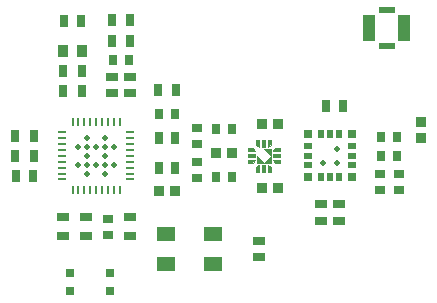
<source format=gbr>
%TF.GenerationSoftware,KiCad,Pcbnew,5.1.10-88a1d61d58~90~ubuntu20.04.1*%
%TF.CreationDate,2022-01-10T11:58:02-05:00*%
%TF.ProjectId,ta-comm-401,74612d63-6f6d-46d2-9d34-30312e6b6963,rev?*%
%TF.SameCoordinates,Original*%
%TF.FileFunction,Paste,Top*%
%TF.FilePolarity,Positive*%
%FSLAX46Y46*%
G04 Gerber Fmt 4.6, Leading zero omitted, Abs format (unit mm)*
G04 Created by KiCad (PCBNEW 5.1.10-88a1d61d58~90~ubuntu20.04.1) date 2022-01-10 11:58:02*
%MOMM*%
%LPD*%
G01*
G04 APERTURE LIST*
%ADD10C,0.500000*%
%ADD11C,0.025000*%
%ADD12R,0.780000X0.990000*%
%ADD13R,0.940000X0.800000*%
%ADD14R,0.830000X0.960000*%
%ADD15R,0.990000X0.780000*%
%ADD16R,0.800000X0.940000*%
%ADD17R,0.960000X0.830000*%
%ADD18R,0.950000X1.000000*%
%ADD19R,0.760000X0.260000*%
%ADD20R,0.260000X0.760000*%
%ADD21R,0.750000X0.750000*%
%ADD22R,0.750000X0.500000*%
%ADD23R,0.500000X0.750000*%
%ADD24R,1.400000X0.600000*%
%ADD25R,1.050000X2.200000*%
%ADD26R,0.800000X0.800000*%
%ADD27R,0.800000X1.000000*%
%ADD28R,1.000000X0.800000*%
%ADD29R,1.600000X1.300000*%
G04 APERTURE END LIST*
D10*
%TO.C,IC1*%
X140699000Y-107250000D02*
X140701000Y-107250000D01*
X141449000Y-107250000D02*
X141451000Y-107250000D01*
X142199000Y-107250000D02*
X142201000Y-107250000D01*
X142949000Y-107250000D02*
X142951000Y-107250000D01*
X143699000Y-107250000D02*
X143701000Y-107250000D01*
X141449000Y-106500000D02*
X141451000Y-106500000D01*
X142949000Y-106500000D02*
X142951000Y-106500000D01*
X140699000Y-108750000D02*
X140701000Y-108750000D01*
X141449000Y-108750000D02*
X141451000Y-108750000D01*
X142949000Y-108750000D02*
X142951000Y-108750000D01*
X142199000Y-108750000D02*
X142201000Y-108750000D01*
X143699000Y-108750000D02*
X143701000Y-108750000D01*
X141449000Y-108000000D02*
X141451000Y-108000000D01*
X141449000Y-109500000D02*
X141451000Y-109500000D01*
X142949000Y-108000000D02*
X142951000Y-108000000D01*
X142949000Y-109500000D02*
X142951000Y-109500000D01*
D11*
%TO.C,IC2*%
G36*
X156425000Y-107425000D02*
G01*
X156975000Y-107425000D01*
X156975000Y-107975000D01*
X156425000Y-107425000D01*
G37*
X156425000Y-107425000D02*
X156975000Y-107425000D01*
X156975000Y-107975000D01*
X156425000Y-107425000D01*
G36*
X156975000Y-108025000D02*
G01*
X156975000Y-108575000D01*
X156425000Y-108575000D01*
X156975000Y-108025000D01*
G37*
X156975000Y-108025000D02*
X156975000Y-108575000D01*
X156425000Y-108575000D01*
X156975000Y-108025000D01*
G36*
X156375000Y-108575000D02*
G01*
X155825000Y-108575000D01*
X155825000Y-108025000D01*
X156375000Y-108575000D01*
G37*
X156375000Y-108575000D02*
X155825000Y-108575000D01*
X155825000Y-108025000D01*
X156375000Y-108575000D01*
G36*
X157167000Y-108375000D02*
G01*
X157750000Y-108375000D01*
X157750000Y-108625000D01*
X157317000Y-108625000D01*
X157167000Y-108375000D01*
G37*
X157167000Y-108375000D02*
X157750000Y-108375000D01*
X157750000Y-108625000D01*
X157317000Y-108625000D01*
X157167000Y-108375000D01*
G36*
X157750000Y-107875000D02*
G01*
X157170000Y-107875000D01*
X157170000Y-108125000D01*
X157750000Y-108125000D01*
X157750000Y-107875000D01*
G37*
X157750000Y-107875000D02*
X157170000Y-107875000D01*
X157170000Y-108125000D01*
X157750000Y-108125000D01*
X157750000Y-107875000D01*
G36*
X157167000Y-107625000D02*
G01*
X157750000Y-107625000D01*
X157750000Y-107375000D01*
X157317000Y-107375000D01*
X157167000Y-107625000D01*
G37*
X157167000Y-107625000D02*
X157750000Y-107625000D01*
X157750000Y-107375000D01*
X157317000Y-107375000D01*
X157167000Y-107625000D01*
G36*
X156775000Y-108775000D02*
G01*
X156775000Y-109358000D01*
X157025000Y-109358000D01*
X157025000Y-108925000D01*
X156775000Y-108775000D01*
G37*
X156775000Y-108775000D02*
X156775000Y-109358000D01*
X157025000Y-109358000D01*
X157025000Y-108925000D01*
X156775000Y-108775000D01*
G36*
X156525000Y-109355000D02*
G01*
X156525000Y-108775000D01*
X156275000Y-108775000D01*
X156275000Y-109355000D01*
X156525000Y-109355000D01*
G37*
X156525000Y-109355000D02*
X156525000Y-108775000D01*
X156275000Y-108775000D01*
X156275000Y-109355000D01*
X156525000Y-109355000D01*
G36*
X156025000Y-108775000D02*
G01*
X156025000Y-109358000D01*
X155775000Y-109358000D01*
X155775000Y-108925000D01*
X156025000Y-108775000D01*
G37*
X156025000Y-108775000D02*
X156025000Y-109358000D01*
X155775000Y-109358000D01*
X155775000Y-108925000D01*
X156025000Y-108775000D01*
G36*
X156775000Y-107233000D02*
G01*
X156775000Y-106650000D01*
X157025000Y-106650000D01*
X157025000Y-107083000D01*
X156775000Y-107233000D01*
G37*
X156775000Y-107233000D02*
X156775000Y-106650000D01*
X157025000Y-106650000D01*
X157025000Y-107083000D01*
X156775000Y-107233000D01*
G36*
X156525000Y-107230000D02*
G01*
X156525000Y-106650000D01*
X156275000Y-106650000D01*
X156275000Y-107230000D01*
X156525000Y-107230000D01*
G37*
X156525000Y-107230000D02*
X156525000Y-106650000D01*
X156275000Y-106650000D01*
X156275000Y-107230000D01*
X156525000Y-107230000D01*
G36*
X156025000Y-107233000D02*
G01*
X156025000Y-106650000D01*
X155775000Y-106650000D01*
X155775000Y-107083000D01*
X156025000Y-107233000D01*
G37*
X156025000Y-107233000D02*
X156025000Y-106650000D01*
X155775000Y-106650000D01*
X155775000Y-107083000D01*
X156025000Y-107233000D01*
G36*
X155633000Y-108375000D02*
G01*
X155050000Y-108375000D01*
X155050000Y-108625000D01*
X155483000Y-108625000D01*
X155633000Y-108375000D01*
G37*
X155633000Y-108375000D02*
X155050000Y-108375000D01*
X155050000Y-108625000D01*
X155483000Y-108625000D01*
X155633000Y-108375000D01*
G36*
X155630000Y-107875000D02*
G01*
X155050000Y-107875000D01*
X155050000Y-108125000D01*
X155630000Y-108125000D01*
X155630000Y-107875000D01*
G37*
X155630000Y-107875000D02*
X155050000Y-107875000D01*
X155050000Y-108125000D01*
X155630000Y-108125000D01*
X155630000Y-107875000D01*
G36*
X155633000Y-107625000D02*
G01*
X155050000Y-107625000D01*
X155050000Y-107375000D01*
X155483000Y-107375000D01*
X155633000Y-107625000D01*
G37*
X155633000Y-107625000D02*
X155050000Y-107625000D01*
X155050000Y-107375000D01*
X155483000Y-107375000D01*
X155633000Y-107625000D01*
D10*
%TO.C,IC3*%
X162599000Y-107400000D02*
X162601000Y-107400000D01*
X161399000Y-108600000D02*
X161400000Y-108596900D01*
X162599000Y-108600000D02*
X162601000Y-108600000D01*
%TD*%
D12*
%TO.C,C17*%
X163100000Y-103800000D03*
X161700000Y-103800000D03*
%TD*%
D13*
%TO.C,C21*%
X166200000Y-109530000D03*
X166200000Y-110870000D03*
%TD*%
D14*
%TO.C,C13*%
X152320000Y-107750000D03*
X153680000Y-107750000D03*
%TD*%
D12*
%TO.C,C2*%
X140900000Y-96570000D03*
X139500000Y-96570000D03*
%TD*%
D15*
%TO.C,C14*%
X156000000Y-116600000D03*
X156000000Y-115200000D03*
%TD*%
D14*
%TO.C,C10*%
X148880000Y-111000000D03*
X147520000Y-111000000D03*
%TD*%
D16*
%TO.C,C12*%
X152330000Y-109800000D03*
X153670000Y-109800000D03*
%TD*%
D13*
%TO.C,C11*%
X150700000Y-106970000D03*
X150700000Y-105630000D03*
%TD*%
D12*
%TO.C,C8*%
X147500000Y-106500000D03*
X148900000Y-106500000D03*
%TD*%
D13*
%TO.C,C6*%
X143200000Y-113330000D03*
X143200000Y-114670000D03*
%TD*%
D15*
%TO.C,C4*%
X143500000Y-102700000D03*
X143500000Y-101300000D03*
%TD*%
D16*
%TO.C,C3*%
X143630000Y-99900000D03*
X144970000Y-99900000D03*
%TD*%
D12*
%TO.C,C1*%
X136840000Y-109700000D03*
X135440000Y-109700000D03*
%TD*%
D15*
%TO.C,C5*%
X145100000Y-102700000D03*
X145100000Y-101300000D03*
%TD*%
D16*
%TO.C,C7*%
X147530000Y-104500000D03*
X148870000Y-104500000D03*
%TD*%
D12*
%TO.C,C9*%
X147500000Y-109000000D03*
X148900000Y-109000000D03*
%TD*%
D14*
%TO.C,C15*%
X156220000Y-105300000D03*
X157580000Y-105300000D03*
%TD*%
%TO.C,C16*%
X156220000Y-110700000D03*
X157580000Y-110700000D03*
%TD*%
D15*
%TO.C,C19*%
X162800000Y-112100000D03*
X162800000Y-113500000D03*
%TD*%
%TO.C,C18*%
X161200000Y-112100000D03*
X161200000Y-113500000D03*
%TD*%
D16*
%TO.C,C20*%
X166330000Y-106400000D03*
X167670000Y-106400000D03*
%TD*%
D13*
%TO.C,C22*%
X167800000Y-109530000D03*
X167800000Y-110870000D03*
%TD*%
D17*
%TO.C,C23*%
X169700000Y-106480000D03*
X169700000Y-105120000D03*
%TD*%
D18*
%TO.C,FB1*%
X139400000Y-99110000D03*
X141000000Y-99110000D03*
%TD*%
D19*
%TO.C,IC1*%
X139300000Y-106000000D03*
X139300000Y-106500000D03*
X139300000Y-107000000D03*
X139300000Y-107500000D03*
X139300000Y-108000000D03*
X139300000Y-108500000D03*
X139300000Y-109000000D03*
X139300000Y-109500000D03*
X139300000Y-110000000D03*
D20*
X140200000Y-110900000D03*
X140700000Y-110900000D03*
X141200000Y-110900000D03*
X141700000Y-110900000D03*
X142200000Y-110900000D03*
X142700000Y-110900000D03*
X143200000Y-110900000D03*
X143700000Y-110900000D03*
X144200000Y-110900000D03*
D19*
X145100000Y-110000000D03*
X145100000Y-109500000D03*
X145100000Y-109000000D03*
X145100000Y-108500000D03*
X145100000Y-108000000D03*
X145100000Y-107500000D03*
X145100000Y-107000000D03*
X145100000Y-106500000D03*
X145100000Y-106000000D03*
D20*
X144200000Y-105100000D03*
X143700000Y-105100000D03*
X143200000Y-105100000D03*
X142700000Y-105100000D03*
X142200000Y-105100000D03*
X141700000Y-105100000D03*
X141200000Y-105100000D03*
X140700000Y-105100000D03*
X140200000Y-105100000D03*
%TD*%
D21*
%TO.C,IC3*%
X160175000Y-106175000D03*
D22*
X160175000Y-107200000D03*
X160175000Y-108000000D03*
X160175000Y-108800000D03*
D21*
X160175000Y-109825000D03*
D23*
X161200000Y-109825000D03*
X162000000Y-109825000D03*
X162800000Y-109825000D03*
D21*
X163825000Y-109825000D03*
D22*
X163825000Y-108800000D03*
X163825000Y-108000000D03*
X163825000Y-107200000D03*
D21*
X163825000Y-106175000D03*
D23*
X162800000Y-106175000D03*
X162000000Y-106175000D03*
X161200000Y-106175000D03*
%TD*%
D24*
%TO.C,J8*%
X166800000Y-98725000D03*
D25*
X168275000Y-97200000D03*
D24*
X166800000Y-95675000D03*
D25*
X165325000Y-97200000D03*
%TD*%
D13*
%TO.C,L1*%
X150700000Y-108530000D03*
X150700000Y-109870000D03*
%TD*%
D16*
%TO.C,L2*%
X152330000Y-105700000D03*
X153670000Y-105700000D03*
%TD*%
%TO.C,L3*%
X166330000Y-108000000D03*
X167670000Y-108000000D03*
%TD*%
D26*
%TO.C,LED1*%
X140000000Y-119450000D03*
X140000000Y-117950000D03*
%TD*%
%TO.C,LED2*%
X143400000Y-119450000D03*
X143400000Y-117950000D03*
%TD*%
D27*
%TO.C,R1*%
X136940000Y-106300000D03*
X135340000Y-106300000D03*
%TD*%
%TO.C,R2*%
X136940000Y-108000000D03*
X135340000Y-108000000D03*
%TD*%
D28*
%TO.C,R5*%
X139400000Y-113200000D03*
X139400000Y-114800000D03*
%TD*%
%TO.C,R6*%
X141300000Y-113200000D03*
X141300000Y-114800000D03*
%TD*%
D27*
%TO.C,R3*%
X141000000Y-100800000D03*
X139400000Y-100800000D03*
%TD*%
%TO.C,R4*%
X141000000Y-102500000D03*
X139400000Y-102500000D03*
%TD*%
%TO.C,R8*%
X145100000Y-98300000D03*
X143500000Y-98300000D03*
%TD*%
D28*
%TO.C,R9*%
X145100000Y-113200000D03*
X145100000Y-114800000D03*
%TD*%
D27*
%TO.C,R10*%
X147400000Y-102400000D03*
X149000000Y-102400000D03*
%TD*%
%TO.C,R7*%
X143500000Y-96500000D03*
X145100000Y-96500000D03*
%TD*%
D29*
%TO.C,Y1*%
X152100000Y-114650000D03*
X148100000Y-114650000D03*
X148100000Y-117150000D03*
X152100000Y-117150000D03*
%TD*%
M02*

</source>
